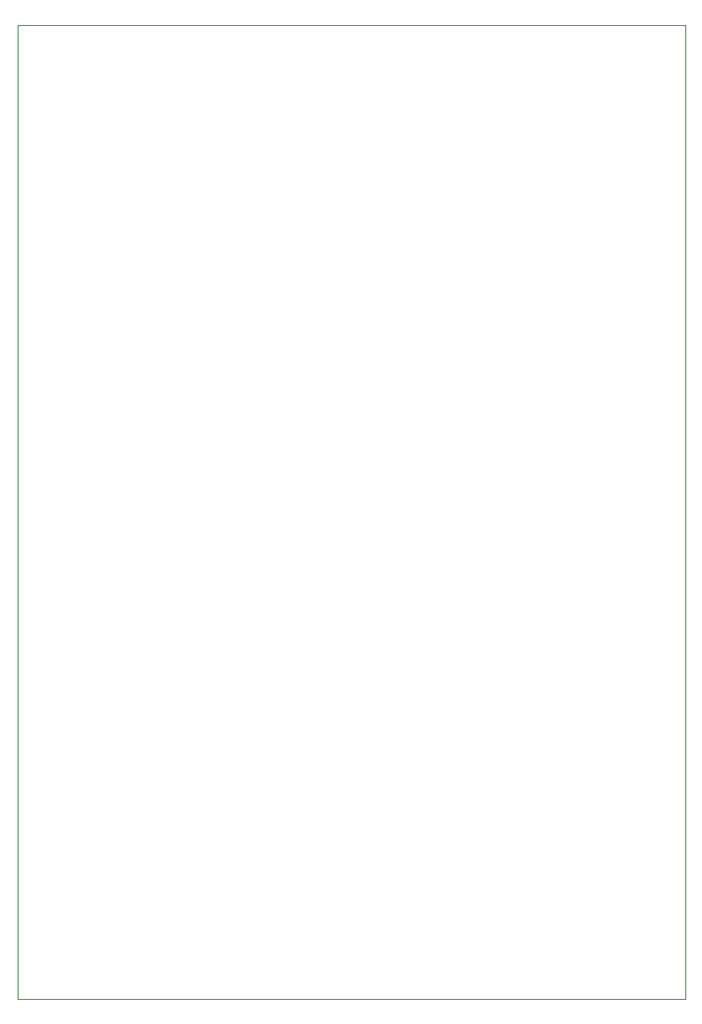
<source format=gbr>
%TF.GenerationSoftware,KiCad,Pcbnew,(5.1.7-0-10_14)*%
%TF.CreationDate,2021-07-25T17:44:21+03:00*%
%TF.ProjectId,sdisfp,73646973-6670-42e6-9b69-6361645f7063,rev?*%
%TF.SameCoordinates,Original*%
%TF.FileFunction,Profile,NP*%
%FSLAX46Y46*%
G04 Gerber Fmt 4.6, Leading zero omitted, Abs format (unit mm)*
G04 Created by KiCad (PCBNEW (5.1.7-0-10_14)) date 2021-07-25 17:44:21*
%MOMM*%
%LPD*%
G01*
G04 APERTURE LIST*
%TA.AperFunction,Profile*%
%ADD10C,0.100000*%
%TD*%
G04 APERTURE END LIST*
D10*
X112268000Y-50800000D02*
X112268000Y-139700000D01*
X51308000Y-50800000D02*
X112268000Y-50800000D01*
X51308000Y-139700000D02*
X51308000Y-50800000D01*
X112268000Y-139700000D02*
X51308000Y-139700000D01*
M02*

</source>
